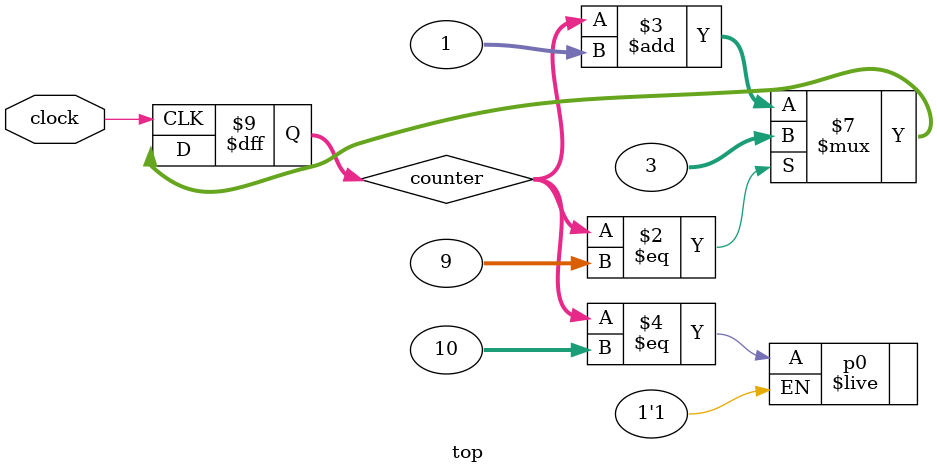
<source format=sv>
module top(input clock);

  reg [31:0] counter;

  initial counter = 0;

  // This yields
  // 0 1 2 3 4 5 6 7 8 9 3 4 5...
  always @(posedge clock)
    if(counter == 9)
      counter = 3;
    else
      counter = counter + 1;

  // the counter never gets to 10
  p0: assert property (eventually counter == 10);

endmodule


</source>
